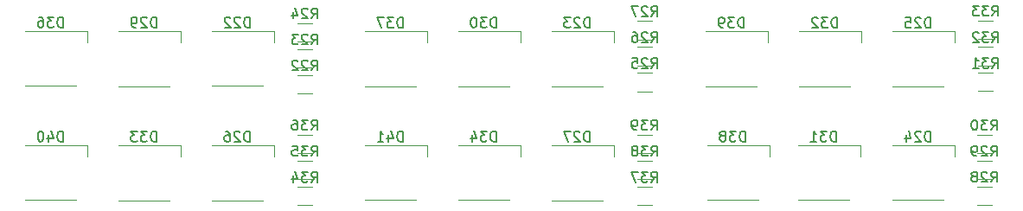
<source format=gbr>
%TF.GenerationSoftware,KiCad,Pcbnew,(6.0.5)*%
%TF.CreationDate,2023-08-09T01:27:26+09:00*%
%TF.ProjectId,TSAL,5453414c-2e6b-4696-9361-645f70636258,rev?*%
%TF.SameCoordinates,Original*%
%TF.FileFunction,Legend,Bot*%
%TF.FilePolarity,Positive*%
%FSLAX46Y46*%
G04 Gerber Fmt 4.6, Leading zero omitted, Abs format (unit mm)*
G04 Created by KiCad (PCBNEW (6.0.5)) date 2023-08-09 01:27:26*
%MOMM*%
%LPD*%
G01*
G04 APERTURE LIST*
%ADD10C,0.150000*%
%ADD11C,0.120000*%
G04 APERTURE END LIST*
D10*
%TO.C,R37*%
X157354857Y-140120380D02*
X157688190Y-139644190D01*
X157926285Y-140120380D02*
X157926285Y-139120380D01*
X157545333Y-139120380D01*
X157450095Y-139168000D01*
X157402476Y-139215619D01*
X157354857Y-139310857D01*
X157354857Y-139453714D01*
X157402476Y-139548952D01*
X157450095Y-139596571D01*
X157545333Y-139644190D01*
X157926285Y-139644190D01*
X157021523Y-139120380D02*
X156402476Y-139120380D01*
X156735809Y-139501333D01*
X156592952Y-139501333D01*
X156497714Y-139548952D01*
X156450095Y-139596571D01*
X156402476Y-139691809D01*
X156402476Y-139929904D01*
X156450095Y-140025142D01*
X156497714Y-140072761D01*
X156592952Y-140120380D01*
X156878666Y-140120380D01*
X156973904Y-140072761D01*
X157021523Y-140025142D01*
X156069142Y-139120380D02*
X155402476Y-139120380D01*
X155831047Y-140120380D01*
%TO.C,D32*%
X175566285Y-125010380D02*
X175566285Y-124010380D01*
X175328190Y-124010380D01*
X175185333Y-124058000D01*
X175090095Y-124153238D01*
X175042476Y-124248476D01*
X174994857Y-124438952D01*
X174994857Y-124581809D01*
X175042476Y-124772285D01*
X175090095Y-124867523D01*
X175185333Y-124962761D01*
X175328190Y-125010380D01*
X175566285Y-125010380D01*
X174661523Y-124010380D02*
X174042476Y-124010380D01*
X174375809Y-124391333D01*
X174232952Y-124391333D01*
X174137714Y-124438952D01*
X174090095Y-124486571D01*
X174042476Y-124581809D01*
X174042476Y-124819904D01*
X174090095Y-124915142D01*
X174137714Y-124962761D01*
X174232952Y-125010380D01*
X174518666Y-125010380D01*
X174613904Y-124962761D01*
X174661523Y-124915142D01*
X173661523Y-124105619D02*
X173613904Y-124058000D01*
X173518666Y-124010380D01*
X173280571Y-124010380D01*
X173185333Y-124058000D01*
X173137714Y-124105619D01*
X173090095Y-124200857D01*
X173090095Y-124296095D01*
X173137714Y-124438952D01*
X173709142Y-125010380D01*
X173090095Y-125010380D01*
%TO.C,D39*%
X166428285Y-124991980D02*
X166428285Y-123991980D01*
X166190190Y-123991980D01*
X166047333Y-124039600D01*
X165952095Y-124134838D01*
X165904476Y-124230076D01*
X165856857Y-124420552D01*
X165856857Y-124563409D01*
X165904476Y-124753885D01*
X165952095Y-124849123D01*
X166047333Y-124944361D01*
X166190190Y-124991980D01*
X166428285Y-124991980D01*
X165523523Y-123991980D02*
X164904476Y-123991980D01*
X165237809Y-124372933D01*
X165094952Y-124372933D01*
X164999714Y-124420552D01*
X164952095Y-124468171D01*
X164904476Y-124563409D01*
X164904476Y-124801504D01*
X164952095Y-124896742D01*
X164999714Y-124944361D01*
X165094952Y-124991980D01*
X165380666Y-124991980D01*
X165475904Y-124944361D01*
X165523523Y-124896742D01*
X164428285Y-124991980D02*
X164237809Y-124991980D01*
X164142571Y-124944361D01*
X164094952Y-124896742D01*
X163999714Y-124753885D01*
X163952095Y-124563409D01*
X163952095Y-124182457D01*
X163999714Y-124087219D01*
X164047333Y-124039600D01*
X164142571Y-123991980D01*
X164333047Y-123991980D01*
X164428285Y-124039600D01*
X164475904Y-124087219D01*
X164523523Y-124182457D01*
X164523523Y-124420552D01*
X164475904Y-124515790D01*
X164428285Y-124563409D01*
X164333047Y-124611028D01*
X164142571Y-124611028D01*
X164047333Y-124563409D01*
X163999714Y-124515790D01*
X163952095Y-124420552D01*
%TO.C,R36*%
X124084857Y-135020380D02*
X124418190Y-134544190D01*
X124656285Y-135020380D02*
X124656285Y-134020380D01*
X124275333Y-134020380D01*
X124180095Y-134068000D01*
X124132476Y-134115619D01*
X124084857Y-134210857D01*
X124084857Y-134353714D01*
X124132476Y-134448952D01*
X124180095Y-134496571D01*
X124275333Y-134544190D01*
X124656285Y-134544190D01*
X123751523Y-134020380D02*
X123132476Y-134020380D01*
X123465809Y-134401333D01*
X123322952Y-134401333D01*
X123227714Y-134448952D01*
X123180095Y-134496571D01*
X123132476Y-134591809D01*
X123132476Y-134829904D01*
X123180095Y-134925142D01*
X123227714Y-134972761D01*
X123322952Y-135020380D01*
X123608666Y-135020380D01*
X123703904Y-134972761D01*
X123751523Y-134925142D01*
X122275333Y-134020380D02*
X122465809Y-134020380D01*
X122561047Y-134068000D01*
X122608666Y-134115619D01*
X122703904Y-134258476D01*
X122751523Y-134448952D01*
X122751523Y-134829904D01*
X122703904Y-134925142D01*
X122656285Y-134972761D01*
X122561047Y-135020380D01*
X122370571Y-135020380D01*
X122275333Y-134972761D01*
X122227714Y-134925142D01*
X122180095Y-134829904D01*
X122180095Y-134591809D01*
X122227714Y-134496571D01*
X122275333Y-134448952D01*
X122370571Y-134401333D01*
X122561047Y-134401333D01*
X122656285Y-134448952D01*
X122703904Y-134496571D01*
X122751523Y-134591809D01*
%TO.C,D23*%
X151327285Y-125003380D02*
X151327285Y-124003380D01*
X151089190Y-124003380D01*
X150946333Y-124051000D01*
X150851095Y-124146238D01*
X150803476Y-124241476D01*
X150755857Y-124431952D01*
X150755857Y-124574809D01*
X150803476Y-124765285D01*
X150851095Y-124860523D01*
X150946333Y-124955761D01*
X151089190Y-125003380D01*
X151327285Y-125003380D01*
X150374904Y-124098619D02*
X150327285Y-124051000D01*
X150232047Y-124003380D01*
X149993952Y-124003380D01*
X149898714Y-124051000D01*
X149851095Y-124098619D01*
X149803476Y-124193857D01*
X149803476Y-124289095D01*
X149851095Y-124431952D01*
X150422523Y-125003380D01*
X149803476Y-125003380D01*
X149470142Y-124003380D02*
X148851095Y-124003380D01*
X149184428Y-124384333D01*
X149041571Y-124384333D01*
X148946333Y-124431952D01*
X148898714Y-124479571D01*
X148851095Y-124574809D01*
X148851095Y-124812904D01*
X148898714Y-124908142D01*
X148946333Y-124955761D01*
X149041571Y-125003380D01*
X149327285Y-125003380D01*
X149422523Y-124955761D01*
X149470142Y-124908142D01*
%TO.C,R35*%
X124084857Y-137570380D02*
X124418190Y-137094190D01*
X124656285Y-137570380D02*
X124656285Y-136570380D01*
X124275333Y-136570380D01*
X124180095Y-136618000D01*
X124132476Y-136665619D01*
X124084857Y-136760857D01*
X124084857Y-136903714D01*
X124132476Y-136998952D01*
X124180095Y-137046571D01*
X124275333Y-137094190D01*
X124656285Y-137094190D01*
X123751523Y-136570380D02*
X123132476Y-136570380D01*
X123465809Y-136951333D01*
X123322952Y-136951333D01*
X123227714Y-136998952D01*
X123180095Y-137046571D01*
X123132476Y-137141809D01*
X123132476Y-137379904D01*
X123180095Y-137475142D01*
X123227714Y-137522761D01*
X123322952Y-137570380D01*
X123608666Y-137570380D01*
X123703904Y-137522761D01*
X123751523Y-137475142D01*
X122227714Y-136570380D02*
X122703904Y-136570380D01*
X122751523Y-137046571D01*
X122703904Y-136998952D01*
X122608666Y-136951333D01*
X122370571Y-136951333D01*
X122275333Y-136998952D01*
X122227714Y-137046571D01*
X122180095Y-137141809D01*
X122180095Y-137379904D01*
X122227714Y-137475142D01*
X122275333Y-137522761D01*
X122370571Y-137570380D01*
X122608666Y-137570380D01*
X122703904Y-137522761D01*
X122751523Y-137475142D01*
%TO.C,D24*%
X184704285Y-136140380D02*
X184704285Y-135140380D01*
X184466190Y-135140380D01*
X184323333Y-135188000D01*
X184228095Y-135283238D01*
X184180476Y-135378476D01*
X184132857Y-135568952D01*
X184132857Y-135711809D01*
X184180476Y-135902285D01*
X184228095Y-135997523D01*
X184323333Y-136092761D01*
X184466190Y-136140380D01*
X184704285Y-136140380D01*
X183751904Y-135235619D02*
X183704285Y-135188000D01*
X183609047Y-135140380D01*
X183370952Y-135140380D01*
X183275714Y-135188000D01*
X183228095Y-135235619D01*
X183180476Y-135330857D01*
X183180476Y-135426095D01*
X183228095Y-135568952D01*
X183799523Y-136140380D01*
X183180476Y-136140380D01*
X182323333Y-135473714D02*
X182323333Y-136140380D01*
X182561428Y-135092761D02*
X182799523Y-135807047D01*
X182180476Y-135807047D01*
%TO.C,D25*%
X184706285Y-125010380D02*
X184706285Y-124010380D01*
X184468190Y-124010380D01*
X184325333Y-124058000D01*
X184230095Y-124153238D01*
X184182476Y-124248476D01*
X184134857Y-124438952D01*
X184134857Y-124581809D01*
X184182476Y-124772285D01*
X184230095Y-124867523D01*
X184325333Y-124962761D01*
X184468190Y-125010380D01*
X184706285Y-125010380D01*
X183753904Y-124105619D02*
X183706285Y-124058000D01*
X183611047Y-124010380D01*
X183372952Y-124010380D01*
X183277714Y-124058000D01*
X183230095Y-124105619D01*
X183182476Y-124200857D01*
X183182476Y-124296095D01*
X183230095Y-124438952D01*
X183801523Y-125010380D01*
X183182476Y-125010380D01*
X182277714Y-124010380D02*
X182753904Y-124010380D01*
X182801523Y-124486571D01*
X182753904Y-124438952D01*
X182658666Y-124391333D01*
X182420571Y-124391333D01*
X182325333Y-124438952D01*
X182277714Y-124486571D01*
X182230095Y-124581809D01*
X182230095Y-124819904D01*
X182277714Y-124915142D01*
X182325333Y-124962761D01*
X182420571Y-125010380D01*
X182658666Y-125010380D01*
X182753904Y-124962761D01*
X182801523Y-124915142D01*
%TO.C,R38*%
X157364857Y-137570380D02*
X157698190Y-137094190D01*
X157936285Y-137570380D02*
X157936285Y-136570380D01*
X157555333Y-136570380D01*
X157460095Y-136618000D01*
X157412476Y-136665619D01*
X157364857Y-136760857D01*
X157364857Y-136903714D01*
X157412476Y-136998952D01*
X157460095Y-137046571D01*
X157555333Y-137094190D01*
X157936285Y-137094190D01*
X157031523Y-136570380D02*
X156412476Y-136570380D01*
X156745809Y-136951333D01*
X156602952Y-136951333D01*
X156507714Y-136998952D01*
X156460095Y-137046571D01*
X156412476Y-137141809D01*
X156412476Y-137379904D01*
X156460095Y-137475142D01*
X156507714Y-137522761D01*
X156602952Y-137570380D01*
X156888666Y-137570380D01*
X156983904Y-137522761D01*
X157031523Y-137475142D01*
X155841047Y-136998952D02*
X155936285Y-136951333D01*
X155983904Y-136903714D01*
X156031523Y-136808476D01*
X156031523Y-136760857D01*
X155983904Y-136665619D01*
X155936285Y-136618000D01*
X155841047Y-136570380D01*
X155650571Y-136570380D01*
X155555333Y-136618000D01*
X155507714Y-136665619D01*
X155460095Y-136760857D01*
X155460095Y-136808476D01*
X155507714Y-136903714D01*
X155555333Y-136951333D01*
X155650571Y-136998952D01*
X155841047Y-136998952D01*
X155936285Y-137046571D01*
X155983904Y-137094190D01*
X156031523Y-137189428D01*
X156031523Y-137379904D01*
X155983904Y-137475142D01*
X155936285Y-137522761D01*
X155841047Y-137570380D01*
X155650571Y-137570380D01*
X155555333Y-137522761D01*
X155507714Y-137475142D01*
X155460095Y-137379904D01*
X155460095Y-137189428D01*
X155507714Y-137094190D01*
X155555333Y-137046571D01*
X155650571Y-136998952D01*
%TO.C,D38*%
X166566285Y-136140380D02*
X166566285Y-135140380D01*
X166328190Y-135140380D01*
X166185333Y-135188000D01*
X166090095Y-135283238D01*
X166042476Y-135378476D01*
X165994857Y-135568952D01*
X165994857Y-135711809D01*
X166042476Y-135902285D01*
X166090095Y-135997523D01*
X166185333Y-136092761D01*
X166328190Y-136140380D01*
X166566285Y-136140380D01*
X165661523Y-135140380D02*
X165042476Y-135140380D01*
X165375809Y-135521333D01*
X165232952Y-135521333D01*
X165137714Y-135568952D01*
X165090095Y-135616571D01*
X165042476Y-135711809D01*
X165042476Y-135949904D01*
X165090095Y-136045142D01*
X165137714Y-136092761D01*
X165232952Y-136140380D01*
X165518666Y-136140380D01*
X165613904Y-136092761D01*
X165661523Y-136045142D01*
X164471047Y-135568952D02*
X164566285Y-135521333D01*
X164613904Y-135473714D01*
X164661523Y-135378476D01*
X164661523Y-135330857D01*
X164613904Y-135235619D01*
X164566285Y-135188000D01*
X164471047Y-135140380D01*
X164280571Y-135140380D01*
X164185333Y-135188000D01*
X164137714Y-135235619D01*
X164090095Y-135330857D01*
X164090095Y-135378476D01*
X164137714Y-135473714D01*
X164185333Y-135521333D01*
X164280571Y-135568952D01*
X164471047Y-135568952D01*
X164566285Y-135616571D01*
X164613904Y-135664190D01*
X164661523Y-135759428D01*
X164661523Y-135949904D01*
X164613904Y-136045142D01*
X164566285Y-136092761D01*
X164471047Y-136140380D01*
X164280571Y-136140380D01*
X164185333Y-136092761D01*
X164137714Y-136045142D01*
X164090095Y-135949904D01*
X164090095Y-135759428D01*
X164137714Y-135664190D01*
X164185333Y-135616571D01*
X164280571Y-135568952D01*
%TO.C,D31*%
X175456285Y-136140380D02*
X175456285Y-135140380D01*
X175218190Y-135140380D01*
X175075333Y-135188000D01*
X174980095Y-135283238D01*
X174932476Y-135378476D01*
X174884857Y-135568952D01*
X174884857Y-135711809D01*
X174932476Y-135902285D01*
X174980095Y-135997523D01*
X175075333Y-136092761D01*
X175218190Y-136140380D01*
X175456285Y-136140380D01*
X174551523Y-135140380D02*
X173932476Y-135140380D01*
X174265809Y-135521333D01*
X174122952Y-135521333D01*
X174027714Y-135568952D01*
X173980095Y-135616571D01*
X173932476Y-135711809D01*
X173932476Y-135949904D01*
X173980095Y-136045142D01*
X174027714Y-136092761D01*
X174122952Y-136140380D01*
X174408666Y-136140380D01*
X174503904Y-136092761D01*
X174551523Y-136045142D01*
X172980095Y-136140380D02*
X173551523Y-136140380D01*
X173265809Y-136140380D02*
X173265809Y-135140380D01*
X173361047Y-135283238D01*
X173456285Y-135378476D01*
X173551523Y-135426095D01*
%TO.C,R32*%
X190744857Y-126430380D02*
X191078190Y-125954190D01*
X191316285Y-126430380D02*
X191316285Y-125430380D01*
X190935333Y-125430380D01*
X190840095Y-125478000D01*
X190792476Y-125525619D01*
X190744857Y-125620857D01*
X190744857Y-125763714D01*
X190792476Y-125858952D01*
X190840095Y-125906571D01*
X190935333Y-125954190D01*
X191316285Y-125954190D01*
X190411523Y-125430380D02*
X189792476Y-125430380D01*
X190125809Y-125811333D01*
X189982952Y-125811333D01*
X189887714Y-125858952D01*
X189840095Y-125906571D01*
X189792476Y-126001809D01*
X189792476Y-126239904D01*
X189840095Y-126335142D01*
X189887714Y-126382761D01*
X189982952Y-126430380D01*
X190268666Y-126430380D01*
X190363904Y-126382761D01*
X190411523Y-126335142D01*
X189411523Y-125525619D02*
X189363904Y-125478000D01*
X189268666Y-125430380D01*
X189030571Y-125430380D01*
X188935333Y-125478000D01*
X188887714Y-125525619D01*
X188840095Y-125620857D01*
X188840095Y-125716095D01*
X188887714Y-125858952D01*
X189459142Y-126430380D01*
X188840095Y-126430380D01*
%TO.C,D29*%
X108916285Y-124970380D02*
X108916285Y-123970380D01*
X108678190Y-123970380D01*
X108535333Y-124018000D01*
X108440095Y-124113238D01*
X108392476Y-124208476D01*
X108344857Y-124398952D01*
X108344857Y-124541809D01*
X108392476Y-124732285D01*
X108440095Y-124827523D01*
X108535333Y-124922761D01*
X108678190Y-124970380D01*
X108916285Y-124970380D01*
X107963904Y-124065619D02*
X107916285Y-124018000D01*
X107821047Y-123970380D01*
X107582952Y-123970380D01*
X107487714Y-124018000D01*
X107440095Y-124065619D01*
X107392476Y-124160857D01*
X107392476Y-124256095D01*
X107440095Y-124398952D01*
X108011523Y-124970380D01*
X107392476Y-124970380D01*
X106916285Y-124970380D02*
X106725809Y-124970380D01*
X106630571Y-124922761D01*
X106582952Y-124875142D01*
X106487714Y-124732285D01*
X106440095Y-124541809D01*
X106440095Y-124160857D01*
X106487714Y-124065619D01*
X106535333Y-124018000D01*
X106630571Y-123970380D01*
X106821047Y-123970380D01*
X106916285Y-124018000D01*
X106963904Y-124065619D01*
X107011523Y-124160857D01*
X107011523Y-124398952D01*
X106963904Y-124494190D01*
X106916285Y-124541809D01*
X106821047Y-124589428D01*
X106630571Y-124589428D01*
X106535333Y-124541809D01*
X106487714Y-124494190D01*
X106440095Y-124398952D01*
%TO.C,D41*%
X133046285Y-136140380D02*
X133046285Y-135140380D01*
X132808190Y-135140380D01*
X132665333Y-135188000D01*
X132570095Y-135283238D01*
X132522476Y-135378476D01*
X132474857Y-135568952D01*
X132474857Y-135711809D01*
X132522476Y-135902285D01*
X132570095Y-135997523D01*
X132665333Y-136092761D01*
X132808190Y-136140380D01*
X133046285Y-136140380D01*
X131617714Y-135473714D02*
X131617714Y-136140380D01*
X131855809Y-135092761D02*
X132093904Y-135807047D01*
X131474857Y-135807047D01*
X130570095Y-136140380D02*
X131141523Y-136140380D01*
X130855809Y-136140380D02*
X130855809Y-135140380D01*
X130951047Y-135283238D01*
X131046285Y-135378476D01*
X131141523Y-135426095D01*
%TO.C,R39*%
X157354857Y-135030380D02*
X157688190Y-134554190D01*
X157926285Y-135030380D02*
X157926285Y-134030380D01*
X157545333Y-134030380D01*
X157450095Y-134078000D01*
X157402476Y-134125619D01*
X157354857Y-134220857D01*
X157354857Y-134363714D01*
X157402476Y-134458952D01*
X157450095Y-134506571D01*
X157545333Y-134554190D01*
X157926285Y-134554190D01*
X157021523Y-134030380D02*
X156402476Y-134030380D01*
X156735809Y-134411333D01*
X156592952Y-134411333D01*
X156497714Y-134458952D01*
X156450095Y-134506571D01*
X156402476Y-134601809D01*
X156402476Y-134839904D01*
X156450095Y-134935142D01*
X156497714Y-134982761D01*
X156592952Y-135030380D01*
X156878666Y-135030380D01*
X156973904Y-134982761D01*
X157021523Y-134935142D01*
X155926285Y-135030380D02*
X155735809Y-135030380D01*
X155640571Y-134982761D01*
X155592952Y-134935142D01*
X155497714Y-134792285D01*
X155450095Y-134601809D01*
X155450095Y-134220857D01*
X155497714Y-134125619D01*
X155545333Y-134078000D01*
X155640571Y-134030380D01*
X155831047Y-134030380D01*
X155926285Y-134078000D01*
X155973904Y-134125619D01*
X156021523Y-134220857D01*
X156021523Y-134458952D01*
X155973904Y-134554190D01*
X155926285Y-134601809D01*
X155831047Y-134649428D01*
X155640571Y-134649428D01*
X155545333Y-134601809D01*
X155497714Y-134554190D01*
X155450095Y-134458952D01*
%TO.C,R31*%
X190744857Y-128940380D02*
X191078190Y-128464190D01*
X191316285Y-128940380D02*
X191316285Y-127940380D01*
X190935333Y-127940380D01*
X190840095Y-127988000D01*
X190792476Y-128035619D01*
X190744857Y-128130857D01*
X190744857Y-128273714D01*
X190792476Y-128368952D01*
X190840095Y-128416571D01*
X190935333Y-128464190D01*
X191316285Y-128464190D01*
X190411523Y-127940380D02*
X189792476Y-127940380D01*
X190125809Y-128321333D01*
X189982952Y-128321333D01*
X189887714Y-128368952D01*
X189840095Y-128416571D01*
X189792476Y-128511809D01*
X189792476Y-128749904D01*
X189840095Y-128845142D01*
X189887714Y-128892761D01*
X189982952Y-128940380D01*
X190268666Y-128940380D01*
X190363904Y-128892761D01*
X190411523Y-128845142D01*
X188840095Y-128940380D02*
X189411523Y-128940380D01*
X189125809Y-128940380D02*
X189125809Y-127940380D01*
X189221047Y-128083238D01*
X189316285Y-128178476D01*
X189411523Y-128226095D01*
%TO.C,R27*%
X157361457Y-123879780D02*
X157694790Y-123403590D01*
X157932885Y-123879780D02*
X157932885Y-122879780D01*
X157551933Y-122879780D01*
X157456695Y-122927400D01*
X157409076Y-122975019D01*
X157361457Y-123070257D01*
X157361457Y-123213114D01*
X157409076Y-123308352D01*
X157456695Y-123355971D01*
X157551933Y-123403590D01*
X157932885Y-123403590D01*
X156980504Y-122975019D02*
X156932885Y-122927400D01*
X156837647Y-122879780D01*
X156599552Y-122879780D01*
X156504314Y-122927400D01*
X156456695Y-122975019D01*
X156409076Y-123070257D01*
X156409076Y-123165495D01*
X156456695Y-123308352D01*
X157028123Y-123879780D01*
X156409076Y-123879780D01*
X156075742Y-122879780D02*
X155409076Y-122879780D01*
X155837647Y-123879780D01*
%TO.C,D26*%
X118046285Y-136150380D02*
X118046285Y-135150380D01*
X117808190Y-135150380D01*
X117665333Y-135198000D01*
X117570095Y-135293238D01*
X117522476Y-135388476D01*
X117474857Y-135578952D01*
X117474857Y-135721809D01*
X117522476Y-135912285D01*
X117570095Y-136007523D01*
X117665333Y-136102761D01*
X117808190Y-136150380D01*
X118046285Y-136150380D01*
X117093904Y-135245619D02*
X117046285Y-135198000D01*
X116951047Y-135150380D01*
X116712952Y-135150380D01*
X116617714Y-135198000D01*
X116570095Y-135245619D01*
X116522476Y-135340857D01*
X116522476Y-135436095D01*
X116570095Y-135578952D01*
X117141523Y-136150380D01*
X116522476Y-136150380D01*
X115665333Y-135150380D02*
X115855809Y-135150380D01*
X115951047Y-135198000D01*
X115998666Y-135245619D01*
X116093904Y-135388476D01*
X116141523Y-135578952D01*
X116141523Y-135959904D01*
X116093904Y-136055142D01*
X116046285Y-136102761D01*
X115951047Y-136150380D01*
X115760571Y-136150380D01*
X115665333Y-136102761D01*
X115617714Y-136055142D01*
X115570095Y-135959904D01*
X115570095Y-135721809D01*
X115617714Y-135626571D01*
X115665333Y-135578952D01*
X115760571Y-135531333D01*
X115951047Y-135531333D01*
X116046285Y-135578952D01*
X116093904Y-135626571D01*
X116141523Y-135721809D01*
%TO.C,D36*%
X99776285Y-124968380D02*
X99776285Y-123968380D01*
X99538190Y-123968380D01*
X99395333Y-124016000D01*
X99300095Y-124111238D01*
X99252476Y-124206476D01*
X99204857Y-124396952D01*
X99204857Y-124539809D01*
X99252476Y-124730285D01*
X99300095Y-124825523D01*
X99395333Y-124920761D01*
X99538190Y-124968380D01*
X99776285Y-124968380D01*
X98871523Y-123968380D02*
X98252476Y-123968380D01*
X98585809Y-124349333D01*
X98442952Y-124349333D01*
X98347714Y-124396952D01*
X98300095Y-124444571D01*
X98252476Y-124539809D01*
X98252476Y-124777904D01*
X98300095Y-124873142D01*
X98347714Y-124920761D01*
X98442952Y-124968380D01*
X98728666Y-124968380D01*
X98823904Y-124920761D01*
X98871523Y-124873142D01*
X97395333Y-123968380D02*
X97585809Y-123968380D01*
X97681047Y-124016000D01*
X97728666Y-124063619D01*
X97823904Y-124206476D01*
X97871523Y-124396952D01*
X97871523Y-124777904D01*
X97823904Y-124873142D01*
X97776285Y-124920761D01*
X97681047Y-124968380D01*
X97490571Y-124968380D01*
X97395333Y-124920761D01*
X97347714Y-124873142D01*
X97300095Y-124777904D01*
X97300095Y-124539809D01*
X97347714Y-124444571D01*
X97395333Y-124396952D01*
X97490571Y-124349333D01*
X97681047Y-124349333D01*
X97776285Y-124396952D01*
X97823904Y-124444571D01*
X97871523Y-124539809D01*
%TO.C,R25*%
X157361457Y-128959780D02*
X157694790Y-128483590D01*
X157932885Y-128959780D02*
X157932885Y-127959780D01*
X157551933Y-127959780D01*
X157456695Y-128007400D01*
X157409076Y-128055019D01*
X157361457Y-128150257D01*
X157361457Y-128293114D01*
X157409076Y-128388352D01*
X157456695Y-128435971D01*
X157551933Y-128483590D01*
X157932885Y-128483590D01*
X156980504Y-128055019D02*
X156932885Y-128007400D01*
X156837647Y-127959780D01*
X156599552Y-127959780D01*
X156504314Y-128007400D01*
X156456695Y-128055019D01*
X156409076Y-128150257D01*
X156409076Y-128245495D01*
X156456695Y-128388352D01*
X157028123Y-128959780D01*
X156409076Y-128959780D01*
X155504314Y-127959780D02*
X155980504Y-127959780D01*
X156028123Y-128435971D01*
X155980504Y-128388352D01*
X155885266Y-128340733D01*
X155647171Y-128340733D01*
X155551933Y-128388352D01*
X155504314Y-128435971D01*
X155456695Y-128531209D01*
X155456695Y-128769304D01*
X155504314Y-128864542D01*
X155551933Y-128912161D01*
X155647171Y-128959780D01*
X155885266Y-128959780D01*
X155980504Y-128912161D01*
X156028123Y-128864542D01*
%TO.C,D37*%
X133046285Y-125010380D02*
X133046285Y-124010380D01*
X132808190Y-124010380D01*
X132665333Y-124058000D01*
X132570095Y-124153238D01*
X132522476Y-124248476D01*
X132474857Y-124438952D01*
X132474857Y-124581809D01*
X132522476Y-124772285D01*
X132570095Y-124867523D01*
X132665333Y-124962761D01*
X132808190Y-125010380D01*
X133046285Y-125010380D01*
X132141523Y-124010380D02*
X131522476Y-124010380D01*
X131855809Y-124391333D01*
X131712952Y-124391333D01*
X131617714Y-124438952D01*
X131570095Y-124486571D01*
X131522476Y-124581809D01*
X131522476Y-124819904D01*
X131570095Y-124915142D01*
X131617714Y-124962761D01*
X131712952Y-125010380D01*
X131998666Y-125010380D01*
X132093904Y-124962761D01*
X132141523Y-124915142D01*
X131189142Y-124010380D02*
X130522476Y-124010380D01*
X130951047Y-125010380D01*
%TO.C,R34*%
X124084857Y-140120380D02*
X124418190Y-139644190D01*
X124656285Y-140120380D02*
X124656285Y-139120380D01*
X124275333Y-139120380D01*
X124180095Y-139168000D01*
X124132476Y-139215619D01*
X124084857Y-139310857D01*
X124084857Y-139453714D01*
X124132476Y-139548952D01*
X124180095Y-139596571D01*
X124275333Y-139644190D01*
X124656285Y-139644190D01*
X123751523Y-139120380D02*
X123132476Y-139120380D01*
X123465809Y-139501333D01*
X123322952Y-139501333D01*
X123227714Y-139548952D01*
X123180095Y-139596571D01*
X123132476Y-139691809D01*
X123132476Y-139929904D01*
X123180095Y-140025142D01*
X123227714Y-140072761D01*
X123322952Y-140120380D01*
X123608666Y-140120380D01*
X123703904Y-140072761D01*
X123751523Y-140025142D01*
X122275333Y-139453714D02*
X122275333Y-140120380D01*
X122513428Y-139072761D02*
X122751523Y-139787047D01*
X122132476Y-139787047D01*
%TO.C,D30*%
X142176285Y-125000380D02*
X142176285Y-124000380D01*
X141938190Y-124000380D01*
X141795333Y-124048000D01*
X141700095Y-124143238D01*
X141652476Y-124238476D01*
X141604857Y-124428952D01*
X141604857Y-124571809D01*
X141652476Y-124762285D01*
X141700095Y-124857523D01*
X141795333Y-124952761D01*
X141938190Y-125000380D01*
X142176285Y-125000380D01*
X141271523Y-124000380D02*
X140652476Y-124000380D01*
X140985809Y-124381333D01*
X140842952Y-124381333D01*
X140747714Y-124428952D01*
X140700095Y-124476571D01*
X140652476Y-124571809D01*
X140652476Y-124809904D01*
X140700095Y-124905142D01*
X140747714Y-124952761D01*
X140842952Y-125000380D01*
X141128666Y-125000380D01*
X141223904Y-124952761D01*
X141271523Y-124905142D01*
X140033428Y-124000380D02*
X139938190Y-124000380D01*
X139842952Y-124048000D01*
X139795333Y-124095619D01*
X139747714Y-124190857D01*
X139700095Y-124381333D01*
X139700095Y-124619428D01*
X139747714Y-124809904D01*
X139795333Y-124905142D01*
X139842952Y-124952761D01*
X139938190Y-125000380D01*
X140033428Y-125000380D01*
X140128666Y-124952761D01*
X140176285Y-124905142D01*
X140223904Y-124809904D01*
X140271523Y-124619428D01*
X140271523Y-124381333D01*
X140223904Y-124190857D01*
X140176285Y-124095619D01*
X140128666Y-124048000D01*
X140033428Y-124000380D01*
%TO.C,D40*%
X99766285Y-136140380D02*
X99766285Y-135140380D01*
X99528190Y-135140380D01*
X99385333Y-135188000D01*
X99290095Y-135283238D01*
X99242476Y-135378476D01*
X99194857Y-135568952D01*
X99194857Y-135711809D01*
X99242476Y-135902285D01*
X99290095Y-135997523D01*
X99385333Y-136092761D01*
X99528190Y-136140380D01*
X99766285Y-136140380D01*
X98337714Y-135473714D02*
X98337714Y-136140380D01*
X98575809Y-135092761D02*
X98813904Y-135807047D01*
X98194857Y-135807047D01*
X97623428Y-135140380D02*
X97528190Y-135140380D01*
X97432952Y-135188000D01*
X97385333Y-135235619D01*
X97337714Y-135330857D01*
X97290095Y-135521333D01*
X97290095Y-135759428D01*
X97337714Y-135949904D01*
X97385333Y-136045142D01*
X97432952Y-136092761D01*
X97528190Y-136140380D01*
X97623428Y-136140380D01*
X97718666Y-136092761D01*
X97766285Y-136045142D01*
X97813904Y-135949904D01*
X97861523Y-135759428D01*
X97861523Y-135521333D01*
X97813904Y-135330857D01*
X97766285Y-135235619D01*
X97718666Y-135188000D01*
X97623428Y-135140380D01*
%TO.C,D33*%
X108906285Y-136150380D02*
X108906285Y-135150380D01*
X108668190Y-135150380D01*
X108525333Y-135198000D01*
X108430095Y-135293238D01*
X108382476Y-135388476D01*
X108334857Y-135578952D01*
X108334857Y-135721809D01*
X108382476Y-135912285D01*
X108430095Y-136007523D01*
X108525333Y-136102761D01*
X108668190Y-136150380D01*
X108906285Y-136150380D01*
X108001523Y-135150380D02*
X107382476Y-135150380D01*
X107715809Y-135531333D01*
X107572952Y-135531333D01*
X107477714Y-135578952D01*
X107430095Y-135626571D01*
X107382476Y-135721809D01*
X107382476Y-135959904D01*
X107430095Y-136055142D01*
X107477714Y-136102761D01*
X107572952Y-136150380D01*
X107858666Y-136150380D01*
X107953904Y-136102761D01*
X108001523Y-136055142D01*
X107049142Y-135150380D02*
X106430095Y-135150380D01*
X106763428Y-135531333D01*
X106620571Y-135531333D01*
X106525333Y-135578952D01*
X106477714Y-135626571D01*
X106430095Y-135721809D01*
X106430095Y-135959904D01*
X106477714Y-136055142D01*
X106525333Y-136102761D01*
X106620571Y-136150380D01*
X106906285Y-136150380D01*
X107001523Y-136102761D01*
X107049142Y-136055142D01*
%TO.C,D22*%
X118056285Y-124968380D02*
X118056285Y-123968380D01*
X117818190Y-123968380D01*
X117675333Y-124016000D01*
X117580095Y-124111238D01*
X117532476Y-124206476D01*
X117484857Y-124396952D01*
X117484857Y-124539809D01*
X117532476Y-124730285D01*
X117580095Y-124825523D01*
X117675333Y-124920761D01*
X117818190Y-124968380D01*
X118056285Y-124968380D01*
X117103904Y-124063619D02*
X117056285Y-124016000D01*
X116961047Y-123968380D01*
X116722952Y-123968380D01*
X116627714Y-124016000D01*
X116580095Y-124063619D01*
X116532476Y-124158857D01*
X116532476Y-124254095D01*
X116580095Y-124396952D01*
X117151523Y-124968380D01*
X116532476Y-124968380D01*
X116151523Y-124063619D02*
X116103904Y-124016000D01*
X116008666Y-123968380D01*
X115770571Y-123968380D01*
X115675333Y-124016000D01*
X115627714Y-124063619D01*
X115580095Y-124158857D01*
X115580095Y-124254095D01*
X115627714Y-124396952D01*
X116199142Y-124968380D01*
X115580095Y-124968380D01*
%TO.C,D34*%
X142176285Y-136140380D02*
X142176285Y-135140380D01*
X141938190Y-135140380D01*
X141795333Y-135188000D01*
X141700095Y-135283238D01*
X141652476Y-135378476D01*
X141604857Y-135568952D01*
X141604857Y-135711809D01*
X141652476Y-135902285D01*
X141700095Y-135997523D01*
X141795333Y-136092761D01*
X141938190Y-136140380D01*
X142176285Y-136140380D01*
X141271523Y-135140380D02*
X140652476Y-135140380D01*
X140985809Y-135521333D01*
X140842952Y-135521333D01*
X140747714Y-135568952D01*
X140700095Y-135616571D01*
X140652476Y-135711809D01*
X140652476Y-135949904D01*
X140700095Y-136045142D01*
X140747714Y-136092761D01*
X140842952Y-136140380D01*
X141128666Y-136140380D01*
X141223904Y-136092761D01*
X141271523Y-136045142D01*
X139795333Y-135473714D02*
X139795333Y-136140380D01*
X140033428Y-135092761D02*
X140271523Y-135807047D01*
X139652476Y-135807047D01*
%TO.C,R24*%
X124086857Y-124108380D02*
X124420190Y-123632190D01*
X124658285Y-124108380D02*
X124658285Y-123108380D01*
X124277333Y-123108380D01*
X124182095Y-123156000D01*
X124134476Y-123203619D01*
X124086857Y-123298857D01*
X124086857Y-123441714D01*
X124134476Y-123536952D01*
X124182095Y-123584571D01*
X124277333Y-123632190D01*
X124658285Y-123632190D01*
X123705904Y-123203619D02*
X123658285Y-123156000D01*
X123563047Y-123108380D01*
X123324952Y-123108380D01*
X123229714Y-123156000D01*
X123182095Y-123203619D01*
X123134476Y-123298857D01*
X123134476Y-123394095D01*
X123182095Y-123536952D01*
X123753523Y-124108380D01*
X123134476Y-124108380D01*
X122277333Y-123441714D02*
X122277333Y-124108380D01*
X122515428Y-123060761D02*
X122753523Y-123775047D01*
X122134476Y-123775047D01*
%TO.C,R28*%
X190632857Y-140110380D02*
X190966190Y-139634190D01*
X191204285Y-140110380D02*
X191204285Y-139110380D01*
X190823333Y-139110380D01*
X190728095Y-139158000D01*
X190680476Y-139205619D01*
X190632857Y-139300857D01*
X190632857Y-139443714D01*
X190680476Y-139538952D01*
X190728095Y-139586571D01*
X190823333Y-139634190D01*
X191204285Y-139634190D01*
X190251904Y-139205619D02*
X190204285Y-139158000D01*
X190109047Y-139110380D01*
X189870952Y-139110380D01*
X189775714Y-139158000D01*
X189728095Y-139205619D01*
X189680476Y-139300857D01*
X189680476Y-139396095D01*
X189728095Y-139538952D01*
X190299523Y-140110380D01*
X189680476Y-140110380D01*
X189109047Y-139538952D02*
X189204285Y-139491333D01*
X189251904Y-139443714D01*
X189299523Y-139348476D01*
X189299523Y-139300857D01*
X189251904Y-139205619D01*
X189204285Y-139158000D01*
X189109047Y-139110380D01*
X188918571Y-139110380D01*
X188823333Y-139158000D01*
X188775714Y-139205619D01*
X188728095Y-139300857D01*
X188728095Y-139348476D01*
X188775714Y-139443714D01*
X188823333Y-139491333D01*
X188918571Y-139538952D01*
X189109047Y-139538952D01*
X189204285Y-139586571D01*
X189251904Y-139634190D01*
X189299523Y-139729428D01*
X189299523Y-139919904D01*
X189251904Y-140015142D01*
X189204285Y-140062761D01*
X189109047Y-140110380D01*
X188918571Y-140110380D01*
X188823333Y-140062761D01*
X188775714Y-140015142D01*
X188728095Y-139919904D01*
X188728095Y-139729428D01*
X188775714Y-139634190D01*
X188823333Y-139586571D01*
X188918571Y-139538952D01*
%TO.C,R23*%
X124086857Y-126648380D02*
X124420190Y-126172190D01*
X124658285Y-126648380D02*
X124658285Y-125648380D01*
X124277333Y-125648380D01*
X124182095Y-125696000D01*
X124134476Y-125743619D01*
X124086857Y-125838857D01*
X124086857Y-125981714D01*
X124134476Y-126076952D01*
X124182095Y-126124571D01*
X124277333Y-126172190D01*
X124658285Y-126172190D01*
X123705904Y-125743619D02*
X123658285Y-125696000D01*
X123563047Y-125648380D01*
X123324952Y-125648380D01*
X123229714Y-125696000D01*
X123182095Y-125743619D01*
X123134476Y-125838857D01*
X123134476Y-125934095D01*
X123182095Y-126076952D01*
X123753523Y-126648380D01*
X123134476Y-126648380D01*
X122801142Y-125648380D02*
X122182095Y-125648380D01*
X122515428Y-126029333D01*
X122372571Y-126029333D01*
X122277333Y-126076952D01*
X122229714Y-126124571D01*
X122182095Y-126219809D01*
X122182095Y-126457904D01*
X122229714Y-126553142D01*
X122277333Y-126600761D01*
X122372571Y-126648380D01*
X122658285Y-126648380D01*
X122753523Y-126600761D01*
X122801142Y-126553142D01*
%TO.C,R30*%
X190632857Y-135030380D02*
X190966190Y-134554190D01*
X191204285Y-135030380D02*
X191204285Y-134030380D01*
X190823333Y-134030380D01*
X190728095Y-134078000D01*
X190680476Y-134125619D01*
X190632857Y-134220857D01*
X190632857Y-134363714D01*
X190680476Y-134458952D01*
X190728095Y-134506571D01*
X190823333Y-134554190D01*
X191204285Y-134554190D01*
X190299523Y-134030380D02*
X189680476Y-134030380D01*
X190013809Y-134411333D01*
X189870952Y-134411333D01*
X189775714Y-134458952D01*
X189728095Y-134506571D01*
X189680476Y-134601809D01*
X189680476Y-134839904D01*
X189728095Y-134935142D01*
X189775714Y-134982761D01*
X189870952Y-135030380D01*
X190156666Y-135030380D01*
X190251904Y-134982761D01*
X190299523Y-134935142D01*
X189061428Y-134030380D02*
X188966190Y-134030380D01*
X188870952Y-134078000D01*
X188823333Y-134125619D01*
X188775714Y-134220857D01*
X188728095Y-134411333D01*
X188728095Y-134649428D01*
X188775714Y-134839904D01*
X188823333Y-134935142D01*
X188870952Y-134982761D01*
X188966190Y-135030380D01*
X189061428Y-135030380D01*
X189156666Y-134982761D01*
X189204285Y-134935142D01*
X189251904Y-134839904D01*
X189299523Y-134649428D01*
X189299523Y-134411333D01*
X189251904Y-134220857D01*
X189204285Y-134125619D01*
X189156666Y-134078000D01*
X189061428Y-134030380D01*
%TO.C,R29*%
X190632857Y-137570380D02*
X190966190Y-137094190D01*
X191204285Y-137570380D02*
X191204285Y-136570380D01*
X190823333Y-136570380D01*
X190728095Y-136618000D01*
X190680476Y-136665619D01*
X190632857Y-136760857D01*
X190632857Y-136903714D01*
X190680476Y-136998952D01*
X190728095Y-137046571D01*
X190823333Y-137094190D01*
X191204285Y-137094190D01*
X190251904Y-136665619D02*
X190204285Y-136618000D01*
X190109047Y-136570380D01*
X189870952Y-136570380D01*
X189775714Y-136618000D01*
X189728095Y-136665619D01*
X189680476Y-136760857D01*
X189680476Y-136856095D01*
X189728095Y-136998952D01*
X190299523Y-137570380D01*
X189680476Y-137570380D01*
X189204285Y-137570380D02*
X189013809Y-137570380D01*
X188918571Y-137522761D01*
X188870952Y-137475142D01*
X188775714Y-137332285D01*
X188728095Y-137141809D01*
X188728095Y-136760857D01*
X188775714Y-136665619D01*
X188823333Y-136618000D01*
X188918571Y-136570380D01*
X189109047Y-136570380D01*
X189204285Y-136618000D01*
X189251904Y-136665619D01*
X189299523Y-136760857D01*
X189299523Y-136998952D01*
X189251904Y-137094190D01*
X189204285Y-137141809D01*
X189109047Y-137189428D01*
X188918571Y-137189428D01*
X188823333Y-137141809D01*
X188775714Y-137094190D01*
X188728095Y-136998952D01*
%TO.C,R22*%
X124086857Y-129188380D02*
X124420190Y-128712190D01*
X124658285Y-129188380D02*
X124658285Y-128188380D01*
X124277333Y-128188380D01*
X124182095Y-128236000D01*
X124134476Y-128283619D01*
X124086857Y-128378857D01*
X124086857Y-128521714D01*
X124134476Y-128616952D01*
X124182095Y-128664571D01*
X124277333Y-128712190D01*
X124658285Y-128712190D01*
X123705904Y-128283619D02*
X123658285Y-128236000D01*
X123563047Y-128188380D01*
X123324952Y-128188380D01*
X123229714Y-128236000D01*
X123182095Y-128283619D01*
X123134476Y-128378857D01*
X123134476Y-128474095D01*
X123182095Y-128616952D01*
X123753523Y-129188380D01*
X123134476Y-129188380D01*
X122753523Y-128283619D02*
X122705904Y-128236000D01*
X122610666Y-128188380D01*
X122372571Y-128188380D01*
X122277333Y-128236000D01*
X122229714Y-128283619D01*
X122182095Y-128378857D01*
X122182095Y-128474095D01*
X122229714Y-128616952D01*
X122801142Y-129188380D01*
X122182095Y-129188380D01*
%TO.C,D27*%
X151316285Y-136150380D02*
X151316285Y-135150380D01*
X151078190Y-135150380D01*
X150935333Y-135198000D01*
X150840095Y-135293238D01*
X150792476Y-135388476D01*
X150744857Y-135578952D01*
X150744857Y-135721809D01*
X150792476Y-135912285D01*
X150840095Y-136007523D01*
X150935333Y-136102761D01*
X151078190Y-136150380D01*
X151316285Y-136150380D01*
X150363904Y-135245619D02*
X150316285Y-135198000D01*
X150221047Y-135150380D01*
X149982952Y-135150380D01*
X149887714Y-135198000D01*
X149840095Y-135245619D01*
X149792476Y-135340857D01*
X149792476Y-135436095D01*
X149840095Y-135578952D01*
X150411523Y-136150380D01*
X149792476Y-136150380D01*
X149459142Y-135150380D02*
X148792476Y-135150380D01*
X149221047Y-136150380D01*
%TO.C,R33*%
X190744857Y-123850380D02*
X191078190Y-123374190D01*
X191316285Y-123850380D02*
X191316285Y-122850380D01*
X190935333Y-122850380D01*
X190840095Y-122898000D01*
X190792476Y-122945619D01*
X190744857Y-123040857D01*
X190744857Y-123183714D01*
X190792476Y-123278952D01*
X190840095Y-123326571D01*
X190935333Y-123374190D01*
X191316285Y-123374190D01*
X190411523Y-122850380D02*
X189792476Y-122850380D01*
X190125809Y-123231333D01*
X189982952Y-123231333D01*
X189887714Y-123278952D01*
X189840095Y-123326571D01*
X189792476Y-123421809D01*
X189792476Y-123659904D01*
X189840095Y-123755142D01*
X189887714Y-123802761D01*
X189982952Y-123850380D01*
X190268666Y-123850380D01*
X190363904Y-123802761D01*
X190411523Y-123755142D01*
X189459142Y-122850380D02*
X188840095Y-122850380D01*
X189173428Y-123231333D01*
X189030571Y-123231333D01*
X188935333Y-123278952D01*
X188887714Y-123326571D01*
X188840095Y-123421809D01*
X188840095Y-123659904D01*
X188887714Y-123755142D01*
X188935333Y-123802761D01*
X189030571Y-123850380D01*
X189316285Y-123850380D01*
X189411523Y-123802761D01*
X189459142Y-123755142D01*
%TO.C,R26*%
X157361457Y-126419780D02*
X157694790Y-125943590D01*
X157932885Y-126419780D02*
X157932885Y-125419780D01*
X157551933Y-125419780D01*
X157456695Y-125467400D01*
X157409076Y-125515019D01*
X157361457Y-125610257D01*
X157361457Y-125753114D01*
X157409076Y-125848352D01*
X157456695Y-125895971D01*
X157551933Y-125943590D01*
X157932885Y-125943590D01*
X156980504Y-125515019D02*
X156932885Y-125467400D01*
X156837647Y-125419780D01*
X156599552Y-125419780D01*
X156504314Y-125467400D01*
X156456695Y-125515019D01*
X156409076Y-125610257D01*
X156409076Y-125705495D01*
X156456695Y-125848352D01*
X157028123Y-126419780D01*
X156409076Y-126419780D01*
X155551933Y-125419780D02*
X155742409Y-125419780D01*
X155837647Y-125467400D01*
X155885266Y-125515019D01*
X155980504Y-125657876D01*
X156028123Y-125848352D01*
X156028123Y-126229304D01*
X155980504Y-126324542D01*
X155932885Y-126372161D01*
X155837647Y-126419780D01*
X155647171Y-126419780D01*
X155551933Y-126372161D01*
X155504314Y-126324542D01*
X155456695Y-126229304D01*
X155456695Y-125991209D01*
X155504314Y-125895971D01*
X155551933Y-125848352D01*
X155647171Y-125800733D01*
X155837647Y-125800733D01*
X155932885Y-125848352D01*
X155980504Y-125895971D01*
X156028123Y-125991209D01*
D11*
%TO.C,R37*%
X157439064Y-140578000D02*
X155984936Y-140578000D01*
X157439064Y-142398000D02*
X155984936Y-142398000D01*
%TO.C,D32*%
X177952000Y-125358000D02*
X171852000Y-125358000D01*
X171852000Y-130758000D02*
X176852000Y-130758000D01*
X177952000Y-126458000D02*
X177952000Y-125358000D01*
%TO.C,D39*%
X168814000Y-125339600D02*
X162714000Y-125339600D01*
X162714000Y-130739600D02*
X167714000Y-130739600D01*
X168814000Y-126439600D02*
X168814000Y-125339600D01*
%TO.C,R36*%
X124169064Y-135478000D02*
X122714936Y-135478000D01*
X124169064Y-137298000D02*
X122714936Y-137298000D01*
%TO.C,D23*%
X147613000Y-130751000D02*
X152613000Y-130751000D01*
X153713000Y-125351000D02*
X147613000Y-125351000D01*
X153713000Y-126451000D02*
X153713000Y-125351000D01*
%TO.C,R35*%
X124169064Y-138028000D02*
X122714936Y-138028000D01*
X124169064Y-139848000D02*
X122714936Y-139848000D01*
%TO.C,D24*%
X187090000Y-137588000D02*
X187090000Y-136488000D01*
X180990000Y-141888000D02*
X185990000Y-141888000D01*
X187090000Y-136488000D02*
X180990000Y-136488000D01*
%TO.C,D25*%
X180992000Y-130758000D02*
X185992000Y-130758000D01*
X187092000Y-126458000D02*
X187092000Y-125358000D01*
X187092000Y-125358000D02*
X180992000Y-125358000D01*
%TO.C,R38*%
X157449064Y-139848000D02*
X155994936Y-139848000D01*
X157449064Y-138028000D02*
X155994936Y-138028000D01*
%TO.C,D38*%
X168952000Y-137588000D02*
X168952000Y-136488000D01*
X162852000Y-141888000D02*
X167852000Y-141888000D01*
X168952000Y-136488000D02*
X162852000Y-136488000D01*
%TO.C,D31*%
X177842000Y-137588000D02*
X177842000Y-136488000D01*
X171742000Y-141888000D02*
X176742000Y-141888000D01*
X177842000Y-136488000D02*
X171742000Y-136488000D01*
%TO.C,R32*%
X190829064Y-126888000D02*
X189374936Y-126888000D01*
X190829064Y-128708000D02*
X189374936Y-128708000D01*
%TO.C,D29*%
X111302000Y-125318000D02*
X105202000Y-125318000D01*
X105202000Y-130718000D02*
X110202000Y-130718000D01*
X111302000Y-126418000D02*
X111302000Y-125318000D01*
%TO.C,D41*%
X135432000Y-136488000D02*
X129332000Y-136488000D01*
X135432000Y-137588000D02*
X135432000Y-136488000D01*
X129332000Y-141888000D02*
X134332000Y-141888000D01*
%TO.C,R39*%
X157439064Y-135488000D02*
X155984936Y-135488000D01*
X157439064Y-137308000D02*
X155984936Y-137308000D01*
%TO.C,R31*%
X190829064Y-129398000D02*
X189374936Y-129398000D01*
X190829064Y-131218000D02*
X189374936Y-131218000D01*
%TO.C,R27*%
X157445664Y-124337400D02*
X155991536Y-124337400D01*
X157445664Y-126157400D02*
X155991536Y-126157400D01*
%TO.C,D26*%
X120432000Y-136498000D02*
X114332000Y-136498000D01*
X120432000Y-137598000D02*
X120432000Y-136498000D01*
X114332000Y-141898000D02*
X119332000Y-141898000D01*
%TO.C,D36*%
X102162000Y-125316000D02*
X96062000Y-125316000D01*
X102162000Y-126416000D02*
X102162000Y-125316000D01*
X96062000Y-130716000D02*
X101062000Y-130716000D01*
%TO.C,R25*%
X157445664Y-129417400D02*
X155991536Y-129417400D01*
X157445664Y-131237400D02*
X155991536Y-131237400D01*
%TO.C,D37*%
X135432000Y-126458000D02*
X135432000Y-125358000D01*
X129332000Y-130758000D02*
X134332000Y-130758000D01*
X135432000Y-125358000D02*
X129332000Y-125358000D01*
%TO.C,R34*%
X124169064Y-142398000D02*
X122714936Y-142398000D01*
X124169064Y-140578000D02*
X122714936Y-140578000D01*
%TO.C,D30*%
X144562000Y-126448000D02*
X144562000Y-125348000D01*
X144562000Y-125348000D02*
X138462000Y-125348000D01*
X138462000Y-130748000D02*
X143462000Y-130748000D01*
%TO.C,D40*%
X102152000Y-137588000D02*
X102152000Y-136488000D01*
X102152000Y-136488000D02*
X96052000Y-136488000D01*
X96052000Y-141888000D02*
X101052000Y-141888000D01*
%TO.C,D33*%
X111292000Y-136498000D02*
X105192000Y-136498000D01*
X111292000Y-137598000D02*
X111292000Y-136498000D01*
X105192000Y-141898000D02*
X110192000Y-141898000D01*
%TO.C,D22*%
X114342000Y-130716000D02*
X119342000Y-130716000D01*
X120442000Y-126416000D02*
X120442000Y-125316000D01*
X120442000Y-125316000D02*
X114342000Y-125316000D01*
%TO.C,D34*%
X144562000Y-137588000D02*
X144562000Y-136488000D01*
X144562000Y-136488000D02*
X138462000Y-136488000D01*
X138462000Y-141888000D02*
X143462000Y-141888000D01*
%TO.C,R24*%
X124171064Y-126386000D02*
X122716936Y-126386000D01*
X124171064Y-124566000D02*
X122716936Y-124566000D01*
%TO.C,R28*%
X190717064Y-142388000D02*
X189262936Y-142388000D01*
X190717064Y-140568000D02*
X189262936Y-140568000D01*
%TO.C,R23*%
X124171064Y-127106000D02*
X122716936Y-127106000D01*
X124171064Y-128926000D02*
X122716936Y-128926000D01*
%TO.C,R30*%
X190717064Y-135488000D02*
X189262936Y-135488000D01*
X190717064Y-137308000D02*
X189262936Y-137308000D01*
%TO.C,R29*%
X190717064Y-139848000D02*
X189262936Y-139848000D01*
X190717064Y-138028000D02*
X189262936Y-138028000D01*
%TO.C,R22*%
X124171064Y-131466000D02*
X122716936Y-131466000D01*
X124171064Y-129646000D02*
X122716936Y-129646000D01*
%TO.C,D27*%
X153702000Y-137598000D02*
X153702000Y-136498000D01*
X147602000Y-141898000D02*
X152602000Y-141898000D01*
X153702000Y-136498000D02*
X147602000Y-136498000D01*
%TO.C,R33*%
X190829064Y-126128000D02*
X189374936Y-126128000D01*
X190829064Y-124308000D02*
X189374936Y-124308000D01*
%TO.C,R26*%
X157445664Y-128697400D02*
X155991536Y-128697400D01*
X157445664Y-126877400D02*
X155991536Y-126877400D01*
%TD*%
M02*

</source>
